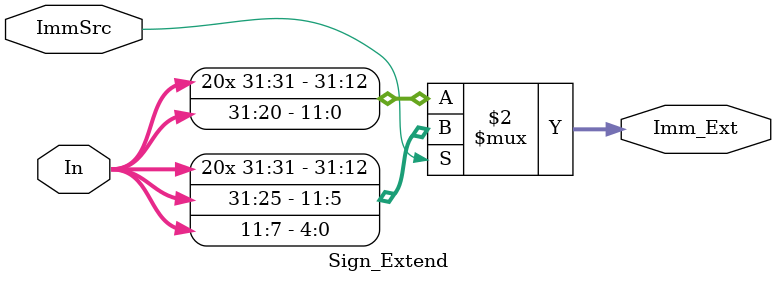
<source format=v>
module Sign_Extend (In,Imm_Ext,ImmSrc);

    input [31:0]In;
    input ImmSrc;  // 1 means store word, 0 means load word
    output [31:0]Imm_Ext;

    assign Imm_Ext = (ImmSrc == 1'b1) ? ({{20{In[31]}},In[31:25],In[11:7]}):
                                        {{20{In[31]}},In[31:20]};
                                
endmodule

</source>
